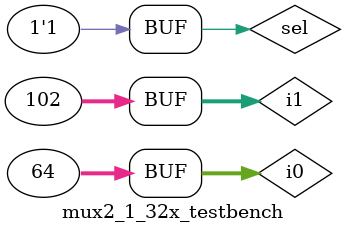
<source format=sv>
`timescale 1ps/1ps
module mux2_1_32x(i0, i1, sel, out);
	input logic [31:0] i0, i1;
	input logic sel;
	output logic [31:0] out;
	
	// Create 32 muxs
	genvar m;
	generate
		for (m = 0; m < 32; m++) begin : genm
			mux2_1 mux2 (.i0(i0[m]), .i1(i1[m]), .sel(sel), .out(out[m]));
		end
	endgenerate
endmodule

module mux2_1_32x_testbench();
	logic [31:0] i0, i1;
	logic sel;
	logic [31:0] out;
	
	mux2_1_32x dut (.*);
	
	initial begin
		sel = 0; i0 = 32'd64; i1 = 32'd102; #1000;
		sel = 1; i0 = 32'd64; i1 = 32'd102; #1000;

	end
endmodule

</source>
